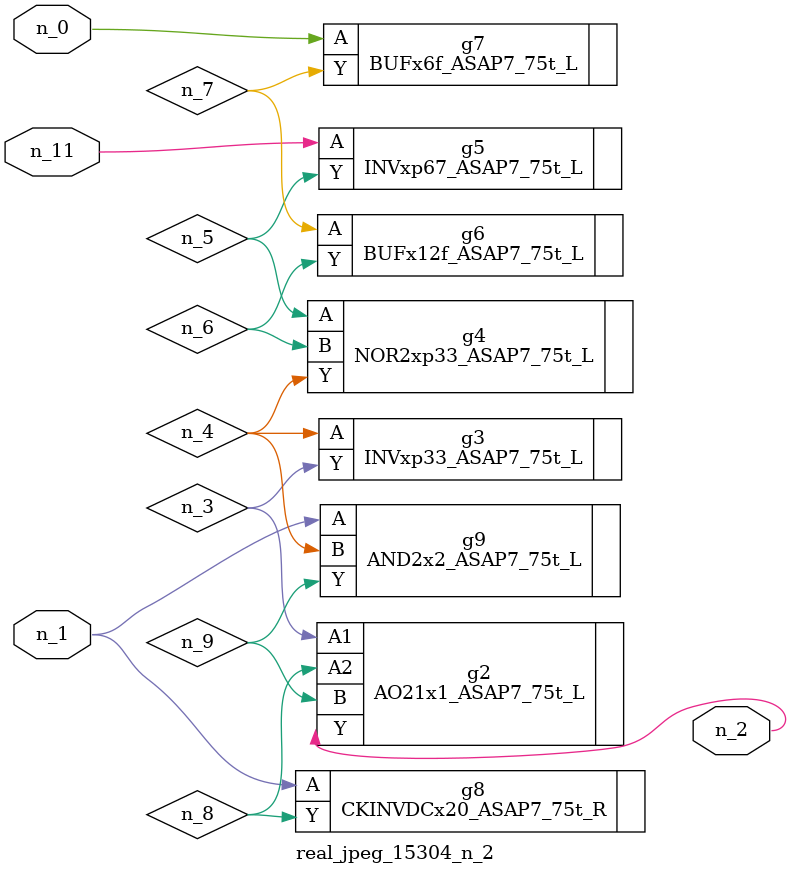
<source format=v>
module real_jpeg_15304_n_2 (n_1, n_11, n_0, n_2);

input n_1;
input n_11;
input n_0;

output n_2;

wire n_5;
wire n_8;
wire n_4;
wire n_6;
wire n_7;
wire n_3;
wire n_9;

BUFx6f_ASAP7_75t_L g7 ( 
.A(n_0),
.Y(n_7)
);

CKINVDCx20_ASAP7_75t_R g8 ( 
.A(n_1),
.Y(n_8)
);

AND2x2_ASAP7_75t_L g9 ( 
.A(n_1),
.B(n_4),
.Y(n_9)
);

AO21x1_ASAP7_75t_L g2 ( 
.A1(n_3),
.A2(n_8),
.B(n_9),
.Y(n_2)
);

INVxp33_ASAP7_75t_L g3 ( 
.A(n_4),
.Y(n_3)
);

NOR2xp33_ASAP7_75t_L g4 ( 
.A(n_5),
.B(n_6),
.Y(n_4)
);

BUFx12f_ASAP7_75t_L g6 ( 
.A(n_7),
.Y(n_6)
);

INVxp67_ASAP7_75t_L g5 ( 
.A(n_11),
.Y(n_5)
);


endmodule
</source>
